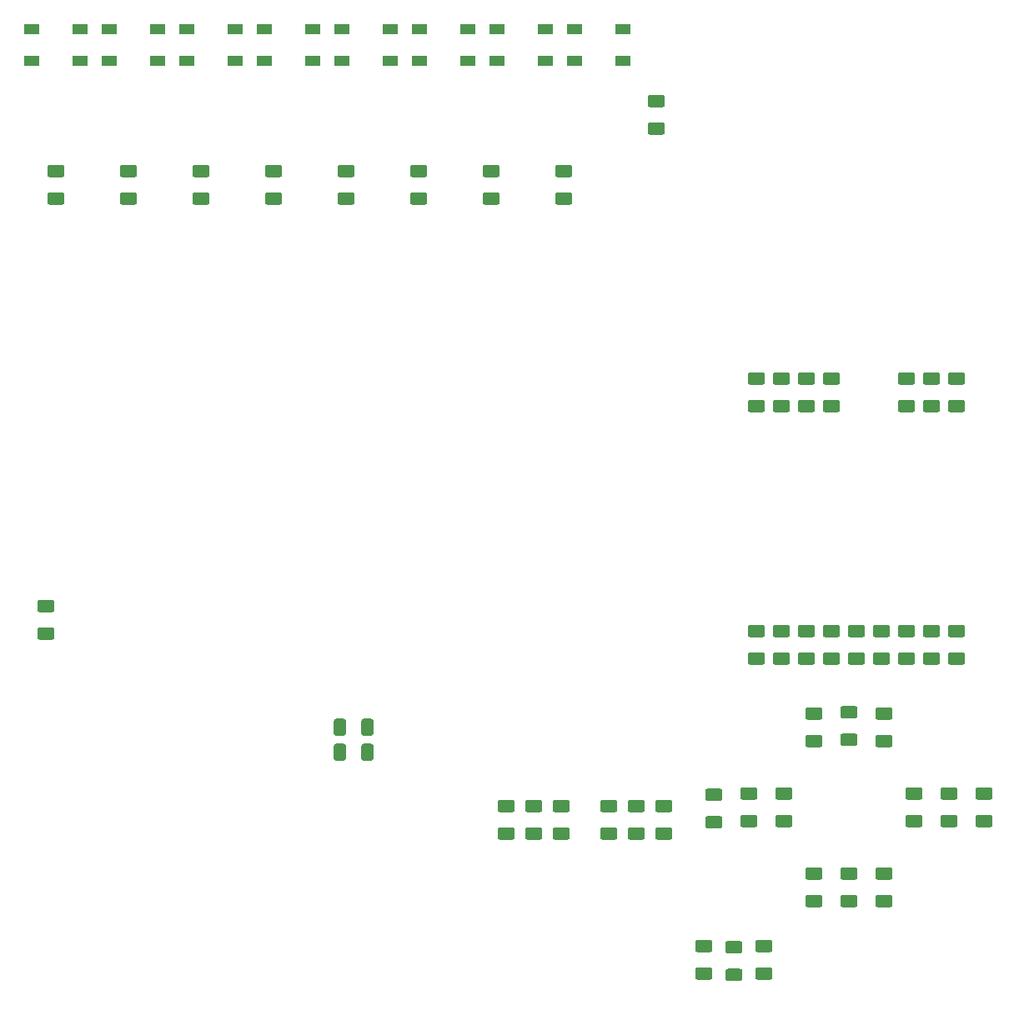
<source format=gbr>
G04 #@! TF.GenerationSoftware,KiCad,Pcbnew,(5.1.6)-1*
G04 #@! TF.CreationDate,2020-06-28T06:58:36-07:00*
G04 #@! TF.ProjectId,NanoDemo,4e616e6f-4465-46d6-9f2e-6b696361645f,rev?*
G04 #@! TF.SameCoordinates,Original*
G04 #@! TF.FileFunction,Paste,Top*
G04 #@! TF.FilePolarity,Positive*
%FSLAX46Y46*%
G04 Gerber Fmt 4.6, Leading zero omitted, Abs format (unit mm)*
G04 Created by KiCad (PCBNEW (5.1.6)-1) date 2020-06-28 06:58:36*
%MOMM*%
%LPD*%
G01*
G04 APERTURE LIST*
%ADD10R,1.500000X1.000000*%
G04 APERTURE END LIST*
D10*
G04 #@! TO.C,D1*
X22770000Y-21412000D03*
X22770000Y-18212000D03*
X17870000Y-21412000D03*
X17870000Y-18212000D03*
G04 #@! TD*
G04 #@! TO.C,D8*
X77888000Y-21412000D03*
X77888000Y-18212000D03*
X72988000Y-21412000D03*
X72988000Y-18212000D03*
G04 #@! TD*
G04 #@! TO.C,D7*
X70014000Y-21412000D03*
X70014000Y-18212000D03*
X65114000Y-21412000D03*
X65114000Y-18212000D03*
G04 #@! TD*
G04 #@! TO.C,D6*
X62140000Y-21412000D03*
X62140000Y-18212000D03*
X57240000Y-21412000D03*
X57240000Y-18212000D03*
G04 #@! TD*
G04 #@! TO.C,D5*
X54266000Y-21412000D03*
X54266000Y-18212000D03*
X49366000Y-21412000D03*
X49366000Y-18212000D03*
G04 #@! TD*
G04 #@! TO.C,D4*
X46392000Y-21412000D03*
X46392000Y-18212000D03*
X41492000Y-21412000D03*
X41492000Y-18212000D03*
G04 #@! TD*
G04 #@! TO.C,D3*
X38518000Y-21412000D03*
X38518000Y-18212000D03*
X33618000Y-21412000D03*
X33618000Y-18212000D03*
G04 #@! TD*
G04 #@! TO.C,D2*
X30644000Y-21412000D03*
X30644000Y-18212000D03*
X25744000Y-21412000D03*
X25744000Y-18212000D03*
G04 #@! TD*
G04 #@! TO.C,R42*
G36*
G01*
X49771000Y-88529000D02*
X49771000Y-89779000D01*
G75*
G02*
X49521000Y-90029000I-250000J0D01*
G01*
X48771000Y-90029000D01*
G75*
G02*
X48521000Y-89779000I0J250000D01*
G01*
X48521000Y-88529000D01*
G75*
G02*
X48771000Y-88279000I250000J0D01*
G01*
X49521000Y-88279000D01*
G75*
G02*
X49771000Y-88529000I0J-250000D01*
G01*
G37*
G36*
G01*
X52571000Y-88529000D02*
X52571000Y-89779000D01*
G75*
G02*
X52321000Y-90029000I-250000J0D01*
G01*
X51571000Y-90029000D01*
G75*
G02*
X51321000Y-89779000I0J250000D01*
G01*
X51321000Y-88529000D01*
G75*
G02*
X51571000Y-88279000I250000J0D01*
G01*
X52321000Y-88279000D01*
G75*
G02*
X52571000Y-88529000I0J-250000D01*
G01*
G37*
G04 #@! TD*
G04 #@! TO.C,R41*
G36*
G01*
X111135000Y-81547000D02*
X112385000Y-81547000D01*
G75*
G02*
X112635000Y-81797000I0J-250000D01*
G01*
X112635000Y-82547000D01*
G75*
G02*
X112385000Y-82797000I-250000J0D01*
G01*
X111135000Y-82797000D01*
G75*
G02*
X110885000Y-82547000I0J250000D01*
G01*
X110885000Y-81797000D01*
G75*
G02*
X111135000Y-81547000I250000J0D01*
G01*
G37*
G36*
G01*
X111135000Y-78747000D02*
X112385000Y-78747000D01*
G75*
G02*
X112635000Y-78997000I0J-250000D01*
G01*
X112635000Y-79747000D01*
G75*
G02*
X112385000Y-79997000I-250000J0D01*
G01*
X111135000Y-79997000D01*
G75*
G02*
X110885000Y-79747000I0J250000D01*
G01*
X110885000Y-78997000D01*
G75*
G02*
X111135000Y-78747000I250000J0D01*
G01*
G37*
G04 #@! TD*
G04 #@! TO.C,R40*
G36*
G01*
X106055000Y-81547000D02*
X107305000Y-81547000D01*
G75*
G02*
X107555000Y-81797000I0J-250000D01*
G01*
X107555000Y-82547000D01*
G75*
G02*
X107305000Y-82797000I-250000J0D01*
G01*
X106055000Y-82797000D01*
G75*
G02*
X105805000Y-82547000I0J250000D01*
G01*
X105805000Y-81797000D01*
G75*
G02*
X106055000Y-81547000I250000J0D01*
G01*
G37*
G36*
G01*
X106055000Y-78747000D02*
X107305000Y-78747000D01*
G75*
G02*
X107555000Y-78997000I0J-250000D01*
G01*
X107555000Y-79747000D01*
G75*
G02*
X107305000Y-79997000I-250000J0D01*
G01*
X106055000Y-79997000D01*
G75*
G02*
X105805000Y-79747000I0J250000D01*
G01*
X105805000Y-78997000D01*
G75*
G02*
X106055000Y-78747000I250000J0D01*
G01*
G37*
G04 #@! TD*
G04 #@! TO.C,R39*
G36*
G01*
X107305000Y-54343000D02*
X106055000Y-54343000D01*
G75*
G02*
X105805000Y-54093000I0J250000D01*
G01*
X105805000Y-53343000D01*
G75*
G02*
X106055000Y-53093000I250000J0D01*
G01*
X107305000Y-53093000D01*
G75*
G02*
X107555000Y-53343000I0J-250000D01*
G01*
X107555000Y-54093000D01*
G75*
G02*
X107305000Y-54343000I-250000J0D01*
G01*
G37*
G36*
G01*
X107305000Y-57143000D02*
X106055000Y-57143000D01*
G75*
G02*
X105805000Y-56893000I0J250000D01*
G01*
X105805000Y-56143000D01*
G75*
G02*
X106055000Y-55893000I250000J0D01*
G01*
X107305000Y-55893000D01*
G75*
G02*
X107555000Y-56143000I0J-250000D01*
G01*
X107555000Y-56893000D01*
G75*
G02*
X107305000Y-57143000I-250000J0D01*
G01*
G37*
G04 #@! TD*
G04 #@! TO.C,R38*
G36*
G01*
X100975000Y-81547000D02*
X102225000Y-81547000D01*
G75*
G02*
X102475000Y-81797000I0J-250000D01*
G01*
X102475000Y-82547000D01*
G75*
G02*
X102225000Y-82797000I-250000J0D01*
G01*
X100975000Y-82797000D01*
G75*
G02*
X100725000Y-82547000I0J250000D01*
G01*
X100725000Y-81797000D01*
G75*
G02*
X100975000Y-81547000I250000J0D01*
G01*
G37*
G36*
G01*
X100975000Y-78747000D02*
X102225000Y-78747000D01*
G75*
G02*
X102475000Y-78997000I0J-250000D01*
G01*
X102475000Y-79747000D01*
G75*
G02*
X102225000Y-79997000I-250000J0D01*
G01*
X100975000Y-79997000D01*
G75*
G02*
X100725000Y-79747000I0J250000D01*
G01*
X100725000Y-78997000D01*
G75*
G02*
X100975000Y-78747000I250000J0D01*
G01*
G37*
G04 #@! TD*
G04 #@! TO.C,R37*
G36*
G01*
X103515000Y-81547000D02*
X104765000Y-81547000D01*
G75*
G02*
X105015000Y-81797000I0J-250000D01*
G01*
X105015000Y-82547000D01*
G75*
G02*
X104765000Y-82797000I-250000J0D01*
G01*
X103515000Y-82797000D01*
G75*
G02*
X103265000Y-82547000I0J250000D01*
G01*
X103265000Y-81797000D01*
G75*
G02*
X103515000Y-81547000I250000J0D01*
G01*
G37*
G36*
G01*
X103515000Y-78747000D02*
X104765000Y-78747000D01*
G75*
G02*
X105015000Y-78997000I0J-250000D01*
G01*
X105015000Y-79747000D01*
G75*
G02*
X104765000Y-79997000I-250000J0D01*
G01*
X103515000Y-79997000D01*
G75*
G02*
X103265000Y-79747000I0J250000D01*
G01*
X103265000Y-78997000D01*
G75*
G02*
X103515000Y-78747000I250000J0D01*
G01*
G37*
G04 #@! TD*
G04 #@! TO.C,R36*
G36*
G01*
X108595000Y-81547000D02*
X109845000Y-81547000D01*
G75*
G02*
X110095000Y-81797000I0J-250000D01*
G01*
X110095000Y-82547000D01*
G75*
G02*
X109845000Y-82797000I-250000J0D01*
G01*
X108595000Y-82797000D01*
G75*
G02*
X108345000Y-82547000I0J250000D01*
G01*
X108345000Y-81797000D01*
G75*
G02*
X108595000Y-81547000I250000J0D01*
G01*
G37*
G36*
G01*
X108595000Y-78747000D02*
X109845000Y-78747000D01*
G75*
G02*
X110095000Y-78997000I0J-250000D01*
G01*
X110095000Y-79747000D01*
G75*
G02*
X109845000Y-79997000I-250000J0D01*
G01*
X108595000Y-79997000D01*
G75*
G02*
X108345000Y-79747000I0J250000D01*
G01*
X108345000Y-78997000D01*
G75*
G02*
X108595000Y-78747000I250000J0D01*
G01*
G37*
G04 #@! TD*
G04 #@! TO.C,R35*
G36*
G01*
X71257000Y-34811000D02*
X72507000Y-34811000D01*
G75*
G02*
X72757000Y-35061000I0J-250000D01*
G01*
X72757000Y-35811000D01*
G75*
G02*
X72507000Y-36061000I-250000J0D01*
G01*
X71257000Y-36061000D01*
G75*
G02*
X71007000Y-35811000I0J250000D01*
G01*
X71007000Y-35061000D01*
G75*
G02*
X71257000Y-34811000I250000J0D01*
G01*
G37*
G36*
G01*
X71257000Y-32011000D02*
X72507000Y-32011000D01*
G75*
G02*
X72757000Y-32261000I0J-250000D01*
G01*
X72757000Y-33011000D01*
G75*
G02*
X72507000Y-33261000I-250000J0D01*
G01*
X71257000Y-33261000D01*
G75*
G02*
X71007000Y-33011000I0J250000D01*
G01*
X71007000Y-32261000D01*
G75*
G02*
X71257000Y-32011000I250000J0D01*
G01*
G37*
G04 #@! TD*
G04 #@! TO.C,R34*
G36*
G01*
X112385000Y-54343000D02*
X111135000Y-54343000D01*
G75*
G02*
X110885000Y-54093000I0J250000D01*
G01*
X110885000Y-53343000D01*
G75*
G02*
X111135000Y-53093000I250000J0D01*
G01*
X112385000Y-53093000D01*
G75*
G02*
X112635000Y-53343000I0J-250000D01*
G01*
X112635000Y-54093000D01*
G75*
G02*
X112385000Y-54343000I-250000J0D01*
G01*
G37*
G36*
G01*
X112385000Y-57143000D02*
X111135000Y-57143000D01*
G75*
G02*
X110885000Y-56893000I0J250000D01*
G01*
X110885000Y-56143000D01*
G75*
G02*
X111135000Y-55893000I250000J0D01*
G01*
X112385000Y-55893000D01*
G75*
G02*
X112635000Y-56143000I0J-250000D01*
G01*
X112635000Y-56893000D01*
G75*
G02*
X112385000Y-57143000I-250000J0D01*
G01*
G37*
G04 #@! TD*
G04 #@! TO.C,R33*
G36*
G01*
X109845000Y-54343000D02*
X108595000Y-54343000D01*
G75*
G02*
X108345000Y-54093000I0J250000D01*
G01*
X108345000Y-53343000D01*
G75*
G02*
X108595000Y-53093000I250000J0D01*
G01*
X109845000Y-53093000D01*
G75*
G02*
X110095000Y-53343000I0J-250000D01*
G01*
X110095000Y-54093000D01*
G75*
G02*
X109845000Y-54343000I-250000J0D01*
G01*
G37*
G36*
G01*
X109845000Y-57143000D02*
X108595000Y-57143000D01*
G75*
G02*
X108345000Y-56893000I0J250000D01*
G01*
X108345000Y-56143000D01*
G75*
G02*
X108595000Y-55893000I250000J0D01*
G01*
X109845000Y-55893000D01*
G75*
G02*
X110095000Y-56143000I0J-250000D01*
G01*
X110095000Y-56893000D01*
G75*
G02*
X109845000Y-57143000I-250000J0D01*
G01*
G37*
G04 #@! TD*
G04 #@! TO.C,R32*
G36*
G01*
X49771000Y-91069000D02*
X49771000Y-92319000D01*
G75*
G02*
X49521000Y-92569000I-250000J0D01*
G01*
X48771000Y-92569000D01*
G75*
G02*
X48521000Y-92319000I0J250000D01*
G01*
X48521000Y-91069000D01*
G75*
G02*
X48771000Y-90819000I250000J0D01*
G01*
X49521000Y-90819000D01*
G75*
G02*
X49771000Y-91069000I0J-250000D01*
G01*
G37*
G36*
G01*
X52571000Y-91069000D02*
X52571000Y-92319000D01*
G75*
G02*
X52321000Y-92569000I-250000J0D01*
G01*
X51571000Y-92569000D01*
G75*
G02*
X51321000Y-92319000I0J250000D01*
G01*
X51321000Y-91069000D01*
G75*
G02*
X51571000Y-90819000I250000J0D01*
G01*
X52321000Y-90819000D01*
G75*
G02*
X52571000Y-91069000I0J-250000D01*
G01*
G37*
G04 #@! TD*
G04 #@! TO.C,R30*
G36*
G01*
X63891000Y-34811000D02*
X65141000Y-34811000D01*
G75*
G02*
X65391000Y-35061000I0J-250000D01*
G01*
X65391000Y-35811000D01*
G75*
G02*
X65141000Y-36061000I-250000J0D01*
G01*
X63891000Y-36061000D01*
G75*
G02*
X63641000Y-35811000I0J250000D01*
G01*
X63641000Y-35061000D01*
G75*
G02*
X63891000Y-34811000I250000J0D01*
G01*
G37*
G36*
G01*
X63891000Y-32011000D02*
X65141000Y-32011000D01*
G75*
G02*
X65391000Y-32261000I0J-250000D01*
G01*
X65391000Y-33011000D01*
G75*
G02*
X65141000Y-33261000I-250000J0D01*
G01*
X63891000Y-33261000D01*
G75*
G02*
X63641000Y-33011000I0J250000D01*
G01*
X63641000Y-32261000D01*
G75*
G02*
X63891000Y-32011000I250000J0D01*
G01*
G37*
G04 #@! TD*
G04 #@! TO.C,R29*
G36*
G01*
X98435000Y-81547000D02*
X99685000Y-81547000D01*
G75*
G02*
X99935000Y-81797000I0J-250000D01*
G01*
X99935000Y-82547000D01*
G75*
G02*
X99685000Y-82797000I-250000J0D01*
G01*
X98435000Y-82797000D01*
G75*
G02*
X98185000Y-82547000I0J250000D01*
G01*
X98185000Y-81797000D01*
G75*
G02*
X98435000Y-81547000I250000J0D01*
G01*
G37*
G36*
G01*
X98435000Y-78747000D02*
X99685000Y-78747000D01*
G75*
G02*
X99935000Y-78997000I0J-250000D01*
G01*
X99935000Y-79747000D01*
G75*
G02*
X99685000Y-79997000I-250000J0D01*
G01*
X98435000Y-79997000D01*
G75*
G02*
X98185000Y-79747000I0J250000D01*
G01*
X98185000Y-78997000D01*
G75*
G02*
X98435000Y-78747000I250000J0D01*
G01*
G37*
G04 #@! TD*
G04 #@! TO.C,R28*
G36*
G01*
X56525000Y-34811000D02*
X57775000Y-34811000D01*
G75*
G02*
X58025000Y-35061000I0J-250000D01*
G01*
X58025000Y-35811000D01*
G75*
G02*
X57775000Y-36061000I-250000J0D01*
G01*
X56525000Y-36061000D01*
G75*
G02*
X56275000Y-35811000I0J250000D01*
G01*
X56275000Y-35061000D01*
G75*
G02*
X56525000Y-34811000I250000J0D01*
G01*
G37*
G36*
G01*
X56525000Y-32011000D02*
X57775000Y-32011000D01*
G75*
G02*
X58025000Y-32261000I0J-250000D01*
G01*
X58025000Y-33011000D01*
G75*
G02*
X57775000Y-33261000I-250000J0D01*
G01*
X56525000Y-33261000D01*
G75*
G02*
X56275000Y-33011000I0J250000D01*
G01*
X56275000Y-32261000D01*
G75*
G02*
X56525000Y-32011000I250000J0D01*
G01*
G37*
G04 #@! TD*
G04 #@! TO.C,R27*
G36*
G01*
X94605000Y-54343000D02*
X93355000Y-54343000D01*
G75*
G02*
X93105000Y-54093000I0J250000D01*
G01*
X93105000Y-53343000D01*
G75*
G02*
X93355000Y-53093000I250000J0D01*
G01*
X94605000Y-53093000D01*
G75*
G02*
X94855000Y-53343000I0J-250000D01*
G01*
X94855000Y-54093000D01*
G75*
G02*
X94605000Y-54343000I-250000J0D01*
G01*
G37*
G36*
G01*
X94605000Y-57143000D02*
X93355000Y-57143000D01*
G75*
G02*
X93105000Y-56893000I0J250000D01*
G01*
X93105000Y-56143000D01*
G75*
G02*
X93355000Y-55893000I250000J0D01*
G01*
X94605000Y-55893000D01*
G75*
G02*
X94855000Y-56143000I0J-250000D01*
G01*
X94855000Y-56893000D01*
G75*
G02*
X94605000Y-57143000I-250000J0D01*
G01*
G37*
G04 #@! TD*
G04 #@! TO.C,R26*
G36*
G01*
X92065000Y-54343000D02*
X90815000Y-54343000D01*
G75*
G02*
X90565000Y-54093000I0J250000D01*
G01*
X90565000Y-53343000D01*
G75*
G02*
X90815000Y-53093000I250000J0D01*
G01*
X92065000Y-53093000D01*
G75*
G02*
X92315000Y-53343000I0J-250000D01*
G01*
X92315000Y-54093000D01*
G75*
G02*
X92065000Y-54343000I-250000J0D01*
G01*
G37*
G36*
G01*
X92065000Y-57143000D02*
X90815000Y-57143000D01*
G75*
G02*
X90565000Y-56893000I0J250000D01*
G01*
X90565000Y-56143000D01*
G75*
G02*
X90815000Y-55893000I250000J0D01*
G01*
X92065000Y-55893000D01*
G75*
G02*
X92315000Y-56143000I0J-250000D01*
G01*
X92315000Y-56893000D01*
G75*
G02*
X92065000Y-57143000I-250000J0D01*
G01*
G37*
G04 #@! TD*
G04 #@! TO.C,R25*
G36*
G01*
X49159000Y-34811000D02*
X50409000Y-34811000D01*
G75*
G02*
X50659000Y-35061000I0J-250000D01*
G01*
X50659000Y-35811000D01*
G75*
G02*
X50409000Y-36061000I-250000J0D01*
G01*
X49159000Y-36061000D01*
G75*
G02*
X48909000Y-35811000I0J250000D01*
G01*
X48909000Y-35061000D01*
G75*
G02*
X49159000Y-34811000I250000J0D01*
G01*
G37*
G36*
G01*
X49159000Y-32011000D02*
X50409000Y-32011000D01*
G75*
G02*
X50659000Y-32261000I0J-250000D01*
G01*
X50659000Y-33011000D01*
G75*
G02*
X50409000Y-33261000I-250000J0D01*
G01*
X49159000Y-33261000D01*
G75*
G02*
X48909000Y-33011000I0J250000D01*
G01*
X48909000Y-32261000D01*
G75*
G02*
X49159000Y-32011000I250000J0D01*
G01*
G37*
G04 #@! TD*
G04 #@! TO.C,R24*
G36*
G01*
X90815000Y-81547000D02*
X92065000Y-81547000D01*
G75*
G02*
X92315000Y-81797000I0J-250000D01*
G01*
X92315000Y-82547000D01*
G75*
G02*
X92065000Y-82797000I-250000J0D01*
G01*
X90815000Y-82797000D01*
G75*
G02*
X90565000Y-82547000I0J250000D01*
G01*
X90565000Y-81797000D01*
G75*
G02*
X90815000Y-81547000I250000J0D01*
G01*
G37*
G36*
G01*
X90815000Y-78747000D02*
X92065000Y-78747000D01*
G75*
G02*
X92315000Y-78997000I0J-250000D01*
G01*
X92315000Y-79747000D01*
G75*
G02*
X92065000Y-79997000I-250000J0D01*
G01*
X90815000Y-79997000D01*
G75*
G02*
X90565000Y-79747000I0J250000D01*
G01*
X90565000Y-78997000D01*
G75*
G02*
X90815000Y-78747000I250000J0D01*
G01*
G37*
G04 #@! TD*
G04 #@! TO.C,R23*
G36*
G01*
X93355000Y-81547000D02*
X94605000Y-81547000D01*
G75*
G02*
X94855000Y-81797000I0J-250000D01*
G01*
X94855000Y-82547000D01*
G75*
G02*
X94605000Y-82797000I-250000J0D01*
G01*
X93355000Y-82797000D01*
G75*
G02*
X93105000Y-82547000I0J250000D01*
G01*
X93105000Y-81797000D01*
G75*
G02*
X93355000Y-81547000I250000J0D01*
G01*
G37*
G36*
G01*
X93355000Y-78747000D02*
X94605000Y-78747000D01*
G75*
G02*
X94855000Y-78997000I0J-250000D01*
G01*
X94855000Y-79747000D01*
G75*
G02*
X94605000Y-79997000I-250000J0D01*
G01*
X93355000Y-79997000D01*
G75*
G02*
X93105000Y-79747000I0J250000D01*
G01*
X93105000Y-78997000D01*
G75*
G02*
X93355000Y-78747000I250000J0D01*
G01*
G37*
G04 #@! TD*
G04 #@! TO.C,R22*
G36*
G01*
X41793000Y-34811000D02*
X43043000Y-34811000D01*
G75*
G02*
X43293000Y-35061000I0J-250000D01*
G01*
X43293000Y-35811000D01*
G75*
G02*
X43043000Y-36061000I-250000J0D01*
G01*
X41793000Y-36061000D01*
G75*
G02*
X41543000Y-35811000I0J250000D01*
G01*
X41543000Y-35061000D01*
G75*
G02*
X41793000Y-34811000I250000J0D01*
G01*
G37*
G36*
G01*
X41793000Y-32011000D02*
X43043000Y-32011000D01*
G75*
G02*
X43293000Y-32261000I0J-250000D01*
G01*
X43293000Y-33011000D01*
G75*
G02*
X43043000Y-33261000I-250000J0D01*
G01*
X41793000Y-33261000D01*
G75*
G02*
X41543000Y-33011000I0J250000D01*
G01*
X41543000Y-32261000D01*
G75*
G02*
X41793000Y-32011000I250000J0D01*
G01*
G37*
G04 #@! TD*
G04 #@! TO.C,R21*
G36*
G01*
X95895000Y-81547000D02*
X97145000Y-81547000D01*
G75*
G02*
X97395000Y-81797000I0J-250000D01*
G01*
X97395000Y-82547000D01*
G75*
G02*
X97145000Y-82797000I-250000J0D01*
G01*
X95895000Y-82797000D01*
G75*
G02*
X95645000Y-82547000I0J250000D01*
G01*
X95645000Y-81797000D01*
G75*
G02*
X95895000Y-81547000I250000J0D01*
G01*
G37*
G36*
G01*
X95895000Y-78747000D02*
X97145000Y-78747000D01*
G75*
G02*
X97395000Y-78997000I0J-250000D01*
G01*
X97395000Y-79747000D01*
G75*
G02*
X97145000Y-79997000I-250000J0D01*
G01*
X95895000Y-79997000D01*
G75*
G02*
X95645000Y-79747000I0J250000D01*
G01*
X95645000Y-78997000D01*
G75*
G02*
X95895000Y-78747000I250000J0D01*
G01*
G37*
G04 #@! TD*
G04 #@! TO.C,R20*
G36*
G01*
X99685000Y-54343000D02*
X98435000Y-54343000D01*
G75*
G02*
X98185000Y-54093000I0J250000D01*
G01*
X98185000Y-53343000D01*
G75*
G02*
X98435000Y-53093000I250000J0D01*
G01*
X99685000Y-53093000D01*
G75*
G02*
X99935000Y-53343000I0J-250000D01*
G01*
X99935000Y-54093000D01*
G75*
G02*
X99685000Y-54343000I-250000J0D01*
G01*
G37*
G36*
G01*
X99685000Y-57143000D02*
X98435000Y-57143000D01*
G75*
G02*
X98185000Y-56893000I0J250000D01*
G01*
X98185000Y-56143000D01*
G75*
G02*
X98435000Y-55893000I250000J0D01*
G01*
X99685000Y-55893000D01*
G75*
G02*
X99935000Y-56143000I0J-250000D01*
G01*
X99935000Y-56893000D01*
G75*
G02*
X99685000Y-57143000I-250000J0D01*
G01*
G37*
G04 #@! TD*
G04 #@! TO.C,R19*
G36*
G01*
X34427000Y-34811000D02*
X35677000Y-34811000D01*
G75*
G02*
X35927000Y-35061000I0J-250000D01*
G01*
X35927000Y-35811000D01*
G75*
G02*
X35677000Y-36061000I-250000J0D01*
G01*
X34427000Y-36061000D01*
G75*
G02*
X34177000Y-35811000I0J250000D01*
G01*
X34177000Y-35061000D01*
G75*
G02*
X34427000Y-34811000I250000J0D01*
G01*
G37*
G36*
G01*
X34427000Y-32011000D02*
X35677000Y-32011000D01*
G75*
G02*
X35927000Y-32261000I0J-250000D01*
G01*
X35927000Y-33011000D01*
G75*
G02*
X35677000Y-33261000I-250000J0D01*
G01*
X34427000Y-33261000D01*
G75*
G02*
X34177000Y-33011000I0J250000D01*
G01*
X34177000Y-32261000D01*
G75*
G02*
X34427000Y-32011000I250000J0D01*
G01*
G37*
G04 #@! TD*
G04 #@! TO.C,R18*
G36*
G01*
X97145000Y-54343000D02*
X95895000Y-54343000D01*
G75*
G02*
X95645000Y-54093000I0J250000D01*
G01*
X95645000Y-53343000D01*
G75*
G02*
X95895000Y-53093000I250000J0D01*
G01*
X97145000Y-53093000D01*
G75*
G02*
X97395000Y-53343000I0J-250000D01*
G01*
X97395000Y-54093000D01*
G75*
G02*
X97145000Y-54343000I-250000J0D01*
G01*
G37*
G36*
G01*
X97145000Y-57143000D02*
X95895000Y-57143000D01*
G75*
G02*
X95645000Y-56893000I0J250000D01*
G01*
X95645000Y-56143000D01*
G75*
G02*
X95895000Y-55893000I250000J0D01*
G01*
X97145000Y-55893000D01*
G75*
G02*
X97395000Y-56143000I0J-250000D01*
G01*
X97395000Y-56893000D01*
G75*
G02*
X97145000Y-57143000I-250000J0D01*
G01*
G37*
G04 #@! TD*
G04 #@! TO.C,R17*
G36*
G01*
X27061000Y-34811000D02*
X28311000Y-34811000D01*
G75*
G02*
X28561000Y-35061000I0J-250000D01*
G01*
X28561000Y-35811000D01*
G75*
G02*
X28311000Y-36061000I-250000J0D01*
G01*
X27061000Y-36061000D01*
G75*
G02*
X26811000Y-35811000I0J250000D01*
G01*
X26811000Y-35061000D01*
G75*
G02*
X27061000Y-34811000I250000J0D01*
G01*
G37*
G36*
G01*
X27061000Y-32011000D02*
X28311000Y-32011000D01*
G75*
G02*
X28561000Y-32261000I0J-250000D01*
G01*
X28561000Y-33011000D01*
G75*
G02*
X28311000Y-33261000I-250000J0D01*
G01*
X27061000Y-33261000D01*
G75*
G02*
X26811000Y-33011000I0J250000D01*
G01*
X26811000Y-32261000D01*
G75*
G02*
X27061000Y-32011000I250000J0D01*
G01*
G37*
G04 #@! TD*
G04 #@! TO.C,R16*
G36*
G01*
X19695000Y-34811000D02*
X20945000Y-34811000D01*
G75*
G02*
X21195000Y-35061000I0J-250000D01*
G01*
X21195000Y-35811000D01*
G75*
G02*
X20945000Y-36061000I-250000J0D01*
G01*
X19695000Y-36061000D01*
G75*
G02*
X19445000Y-35811000I0J250000D01*
G01*
X19445000Y-35061000D01*
G75*
G02*
X19695000Y-34811000I250000J0D01*
G01*
G37*
G36*
G01*
X19695000Y-32011000D02*
X20945000Y-32011000D01*
G75*
G02*
X21195000Y-32261000I0J-250000D01*
G01*
X21195000Y-33011000D01*
G75*
G02*
X20945000Y-33261000I-250000J0D01*
G01*
X19695000Y-33261000D01*
G75*
G02*
X19445000Y-33011000I0J250000D01*
G01*
X19445000Y-32261000D01*
G75*
G02*
X19695000Y-32011000I250000J0D01*
G01*
G37*
G04 #@! TD*
G04 #@! TO.C,R15*
G36*
G01*
X100213000Y-106185000D02*
X101463000Y-106185000D01*
G75*
G02*
X101713000Y-106435000I0J-250000D01*
G01*
X101713000Y-107185000D01*
G75*
G02*
X101463000Y-107435000I-250000J0D01*
G01*
X100213000Y-107435000D01*
G75*
G02*
X99963000Y-107185000I0J250000D01*
G01*
X99963000Y-106435000D01*
G75*
G02*
X100213000Y-106185000I250000J0D01*
G01*
G37*
G36*
G01*
X100213000Y-103385000D02*
X101463000Y-103385000D01*
G75*
G02*
X101713000Y-103635000I0J-250000D01*
G01*
X101713000Y-104385000D01*
G75*
G02*
X101463000Y-104635000I-250000J0D01*
G01*
X100213000Y-104635000D01*
G75*
G02*
X99963000Y-104385000I0J250000D01*
G01*
X99963000Y-103635000D01*
G75*
G02*
X100213000Y-103385000I250000J0D01*
G01*
G37*
G04 #@! TD*
G04 #@! TO.C,R14*
G36*
G01*
X100213000Y-89799000D02*
X101463000Y-89799000D01*
G75*
G02*
X101713000Y-90049000I0J-250000D01*
G01*
X101713000Y-90799000D01*
G75*
G02*
X101463000Y-91049000I-250000J0D01*
G01*
X100213000Y-91049000D01*
G75*
G02*
X99963000Y-90799000I0J250000D01*
G01*
X99963000Y-90049000D01*
G75*
G02*
X100213000Y-89799000I250000J0D01*
G01*
G37*
G36*
G01*
X100213000Y-86999000D02*
X101463000Y-86999000D01*
G75*
G02*
X101713000Y-87249000I0J-250000D01*
G01*
X101713000Y-87999000D01*
G75*
G02*
X101463000Y-88249000I-250000J0D01*
G01*
X100213000Y-88249000D01*
G75*
G02*
X99963000Y-87999000I0J250000D01*
G01*
X99963000Y-87249000D01*
G75*
G02*
X100213000Y-86999000I250000J0D01*
G01*
G37*
G04 #@! TD*
G04 #@! TO.C,R13*
G36*
G01*
X103769000Y-106185000D02*
X105019000Y-106185000D01*
G75*
G02*
X105269000Y-106435000I0J-250000D01*
G01*
X105269000Y-107185000D01*
G75*
G02*
X105019000Y-107435000I-250000J0D01*
G01*
X103769000Y-107435000D01*
G75*
G02*
X103519000Y-107185000I0J250000D01*
G01*
X103519000Y-106435000D01*
G75*
G02*
X103769000Y-106185000I250000J0D01*
G01*
G37*
G36*
G01*
X103769000Y-103385000D02*
X105019000Y-103385000D01*
G75*
G02*
X105269000Y-103635000I0J-250000D01*
G01*
X105269000Y-104385000D01*
G75*
G02*
X105019000Y-104635000I-250000J0D01*
G01*
X103769000Y-104635000D01*
G75*
G02*
X103519000Y-104385000I0J250000D01*
G01*
X103519000Y-103635000D01*
G75*
G02*
X103769000Y-103385000I250000J0D01*
G01*
G37*
G04 #@! TD*
G04 #@! TO.C,R12*
G36*
G01*
X103769000Y-89929000D02*
X105019000Y-89929000D01*
G75*
G02*
X105269000Y-90179000I0J-250000D01*
G01*
X105269000Y-90929000D01*
G75*
G02*
X105019000Y-91179000I-250000J0D01*
G01*
X103769000Y-91179000D01*
G75*
G02*
X103519000Y-90929000I0J250000D01*
G01*
X103519000Y-90179000D01*
G75*
G02*
X103769000Y-89929000I250000J0D01*
G01*
G37*
G36*
G01*
X103769000Y-87129000D02*
X105019000Y-87129000D01*
G75*
G02*
X105269000Y-87379000I0J-250000D01*
G01*
X105269000Y-88129000D01*
G75*
G02*
X105019000Y-88379000I-250000J0D01*
G01*
X103769000Y-88379000D01*
G75*
G02*
X103519000Y-88129000I0J250000D01*
G01*
X103519000Y-87379000D01*
G75*
G02*
X103769000Y-87129000I250000J0D01*
G01*
G37*
G04 #@! TD*
G04 #@! TO.C,R11*
G36*
G01*
X66665000Y-97777000D02*
X65415000Y-97777000D01*
G75*
G02*
X65165000Y-97527000I0J250000D01*
G01*
X65165000Y-96777000D01*
G75*
G02*
X65415000Y-96527000I250000J0D01*
G01*
X66665000Y-96527000D01*
G75*
G02*
X66915000Y-96777000I0J-250000D01*
G01*
X66915000Y-97527000D01*
G75*
G02*
X66665000Y-97777000I-250000J0D01*
G01*
G37*
G36*
G01*
X66665000Y-100577000D02*
X65415000Y-100577000D01*
G75*
G02*
X65165000Y-100327000I0J250000D01*
G01*
X65165000Y-99577000D01*
G75*
G02*
X65415000Y-99327000I250000J0D01*
G01*
X66665000Y-99327000D01*
G75*
G02*
X66915000Y-99577000I0J-250000D01*
G01*
X66915000Y-100327000D01*
G75*
G02*
X66665000Y-100577000I-250000J0D01*
G01*
G37*
G04 #@! TD*
G04 #@! TO.C,R10*
G36*
G01*
X68209000Y-99327000D02*
X69459000Y-99327000D01*
G75*
G02*
X69709000Y-99577000I0J-250000D01*
G01*
X69709000Y-100327000D01*
G75*
G02*
X69459000Y-100577000I-250000J0D01*
G01*
X68209000Y-100577000D01*
G75*
G02*
X67959000Y-100327000I0J250000D01*
G01*
X67959000Y-99577000D01*
G75*
G02*
X68209000Y-99327000I250000J0D01*
G01*
G37*
G36*
G01*
X68209000Y-96527000D02*
X69459000Y-96527000D01*
G75*
G02*
X69709000Y-96777000I0J-250000D01*
G01*
X69709000Y-97527000D01*
G75*
G02*
X69459000Y-97777000I-250000J0D01*
G01*
X68209000Y-97777000D01*
G75*
G02*
X67959000Y-97527000I0J250000D01*
G01*
X67959000Y-96777000D01*
G75*
G02*
X68209000Y-96527000I250000J0D01*
G01*
G37*
G04 #@! TD*
G04 #@! TO.C,R9*
G36*
G01*
X78623000Y-99327000D02*
X79873000Y-99327000D01*
G75*
G02*
X80123000Y-99577000I0J-250000D01*
G01*
X80123000Y-100327000D01*
G75*
G02*
X79873000Y-100577000I-250000J0D01*
G01*
X78623000Y-100577000D01*
G75*
G02*
X78373000Y-100327000I0J250000D01*
G01*
X78373000Y-99577000D01*
G75*
G02*
X78623000Y-99327000I250000J0D01*
G01*
G37*
G36*
G01*
X78623000Y-96527000D02*
X79873000Y-96527000D01*
G75*
G02*
X80123000Y-96777000I0J-250000D01*
G01*
X80123000Y-97527000D01*
G75*
G02*
X79873000Y-97777000I-250000J0D01*
G01*
X78623000Y-97777000D01*
G75*
G02*
X78373000Y-97527000I0J250000D01*
G01*
X78373000Y-96777000D01*
G75*
G02*
X78623000Y-96527000I250000J0D01*
G01*
G37*
G04 #@! TD*
G04 #@! TO.C,R8*
G36*
G01*
X88529000Y-113681000D02*
X89779000Y-113681000D01*
G75*
G02*
X90029000Y-113931000I0J-250000D01*
G01*
X90029000Y-114681000D01*
G75*
G02*
X89779000Y-114931000I-250000J0D01*
G01*
X88529000Y-114931000D01*
G75*
G02*
X88279000Y-114681000I0J250000D01*
G01*
X88279000Y-113931000D01*
G75*
G02*
X88529000Y-113681000I250000J0D01*
G01*
G37*
G36*
G01*
X88529000Y-110881000D02*
X89779000Y-110881000D01*
G75*
G02*
X90029000Y-111131000I0J-250000D01*
G01*
X90029000Y-111881000D01*
G75*
G02*
X89779000Y-112131000I-250000J0D01*
G01*
X88529000Y-112131000D01*
G75*
G02*
X88279000Y-111881000I0J250000D01*
G01*
X88279000Y-111131000D01*
G75*
G02*
X88529000Y-110881000I250000J0D01*
G01*
G37*
G04 #@! TD*
G04 #@! TO.C,R7*
G36*
G01*
X18679000Y-79007000D02*
X19929000Y-79007000D01*
G75*
G02*
X20179000Y-79257000I0J-250000D01*
G01*
X20179000Y-80007000D01*
G75*
G02*
X19929000Y-80257000I-250000J0D01*
G01*
X18679000Y-80257000D01*
G75*
G02*
X18429000Y-80007000I0J250000D01*
G01*
X18429000Y-79257000D01*
G75*
G02*
X18679000Y-79007000I250000J0D01*
G01*
G37*
G36*
G01*
X18679000Y-76207000D02*
X19929000Y-76207000D01*
G75*
G02*
X20179000Y-76457000I0J-250000D01*
G01*
X20179000Y-77207000D01*
G75*
G02*
X19929000Y-77457000I-250000J0D01*
G01*
X18679000Y-77457000D01*
G75*
G02*
X18429000Y-77207000I0J250000D01*
G01*
X18429000Y-76457000D01*
G75*
G02*
X18679000Y-76207000I250000J0D01*
G01*
G37*
G04 #@! TD*
G04 #@! TO.C,R6*
G36*
G01*
X110373000Y-98057000D02*
X111623000Y-98057000D01*
G75*
G02*
X111873000Y-98307000I0J-250000D01*
G01*
X111873000Y-99057000D01*
G75*
G02*
X111623000Y-99307000I-250000J0D01*
G01*
X110373000Y-99307000D01*
G75*
G02*
X110123000Y-99057000I0J250000D01*
G01*
X110123000Y-98307000D01*
G75*
G02*
X110373000Y-98057000I250000J0D01*
G01*
G37*
G36*
G01*
X110373000Y-95257000D02*
X111623000Y-95257000D01*
G75*
G02*
X111873000Y-95507000I0J-250000D01*
G01*
X111873000Y-96257000D01*
G75*
G02*
X111623000Y-96507000I-250000J0D01*
G01*
X110373000Y-96507000D01*
G75*
G02*
X110123000Y-96257000I0J250000D01*
G01*
X110123000Y-95507000D01*
G75*
G02*
X110373000Y-95257000I250000J0D01*
G01*
G37*
G04 #@! TD*
G04 #@! TO.C,R5*
G36*
G01*
X90053000Y-98057000D02*
X91303000Y-98057000D01*
G75*
G02*
X91553000Y-98307000I0J-250000D01*
G01*
X91553000Y-99057000D01*
G75*
G02*
X91303000Y-99307000I-250000J0D01*
G01*
X90053000Y-99307000D01*
G75*
G02*
X89803000Y-99057000I0J250000D01*
G01*
X89803000Y-98307000D01*
G75*
G02*
X90053000Y-98057000I250000J0D01*
G01*
G37*
G36*
G01*
X90053000Y-95257000D02*
X91303000Y-95257000D01*
G75*
G02*
X91553000Y-95507000I0J-250000D01*
G01*
X91553000Y-96257000D01*
G75*
G02*
X91303000Y-96507000I-250000J0D01*
G01*
X90053000Y-96507000D01*
G75*
G02*
X89803000Y-96257000I0J250000D01*
G01*
X89803000Y-95507000D01*
G75*
G02*
X90053000Y-95257000I250000J0D01*
G01*
G37*
G04 #@! TD*
G04 #@! TO.C,R4*
G36*
G01*
X75829000Y-99327000D02*
X77079000Y-99327000D01*
G75*
G02*
X77329000Y-99577000I0J-250000D01*
G01*
X77329000Y-100327000D01*
G75*
G02*
X77079000Y-100577000I-250000J0D01*
G01*
X75829000Y-100577000D01*
G75*
G02*
X75579000Y-100327000I0J250000D01*
G01*
X75579000Y-99577000D01*
G75*
G02*
X75829000Y-99327000I250000J0D01*
G01*
G37*
G36*
G01*
X75829000Y-96527000D02*
X77079000Y-96527000D01*
G75*
G02*
X77329000Y-96777000I0J-250000D01*
G01*
X77329000Y-97527000D01*
G75*
G02*
X77079000Y-97777000I-250000J0D01*
G01*
X75829000Y-97777000D01*
G75*
G02*
X75579000Y-97527000I0J250000D01*
G01*
X75579000Y-96777000D01*
G75*
G02*
X75829000Y-96527000I250000J0D01*
G01*
G37*
G04 #@! TD*
G04 #@! TO.C,R3*
G36*
G01*
X92827000Y-112001000D02*
X91577000Y-112001000D01*
G75*
G02*
X91327000Y-111751000I0J250000D01*
G01*
X91327000Y-111001000D01*
G75*
G02*
X91577000Y-110751000I250000J0D01*
G01*
X92827000Y-110751000D01*
G75*
G02*
X93077000Y-111001000I0J-250000D01*
G01*
X93077000Y-111751000D01*
G75*
G02*
X92827000Y-112001000I-250000J0D01*
G01*
G37*
G36*
G01*
X92827000Y-114801000D02*
X91577000Y-114801000D01*
G75*
G02*
X91327000Y-114551000I0J250000D01*
G01*
X91327000Y-113801000D01*
G75*
G02*
X91577000Y-113551000I250000J0D01*
G01*
X92827000Y-113551000D01*
G75*
G02*
X93077000Y-113801000I0J-250000D01*
G01*
X93077000Y-114551000D01*
G75*
G02*
X92827000Y-114801000I-250000J0D01*
G01*
G37*
G04 #@! TD*
G04 #@! TO.C,R2*
G36*
G01*
X113929000Y-98057000D02*
X115179000Y-98057000D01*
G75*
G02*
X115429000Y-98307000I0J-250000D01*
G01*
X115429000Y-99057000D01*
G75*
G02*
X115179000Y-99307000I-250000J0D01*
G01*
X113929000Y-99307000D01*
G75*
G02*
X113679000Y-99057000I0J250000D01*
G01*
X113679000Y-98307000D01*
G75*
G02*
X113929000Y-98057000I250000J0D01*
G01*
G37*
G36*
G01*
X113929000Y-95257000D02*
X115179000Y-95257000D01*
G75*
G02*
X115429000Y-95507000I0J-250000D01*
G01*
X115429000Y-96257000D01*
G75*
G02*
X115179000Y-96507000I-250000J0D01*
G01*
X113929000Y-96507000D01*
G75*
G02*
X113679000Y-96257000I0J250000D01*
G01*
X113679000Y-95507000D01*
G75*
G02*
X113929000Y-95257000I250000J0D01*
G01*
G37*
G04 #@! TD*
G04 #@! TO.C,R1*
G36*
G01*
X93609000Y-98057000D02*
X94859000Y-98057000D01*
G75*
G02*
X95109000Y-98307000I0J-250000D01*
G01*
X95109000Y-99057000D01*
G75*
G02*
X94859000Y-99307000I-250000J0D01*
G01*
X93609000Y-99307000D01*
G75*
G02*
X93359000Y-99057000I0J250000D01*
G01*
X93359000Y-98307000D01*
G75*
G02*
X93609000Y-98057000I250000J0D01*
G01*
G37*
G36*
G01*
X93609000Y-95257000D02*
X94859000Y-95257000D01*
G75*
G02*
X95109000Y-95507000I0J-250000D01*
G01*
X95109000Y-96257000D01*
G75*
G02*
X94859000Y-96507000I-250000J0D01*
G01*
X93609000Y-96507000D01*
G75*
G02*
X93359000Y-96257000I0J250000D01*
G01*
X93359000Y-95507000D01*
G75*
G02*
X93609000Y-95257000I250000J0D01*
G01*
G37*
G04 #@! TD*
G04 #@! TO.C,C8*
G36*
G01*
X96657000Y-106185000D02*
X97907000Y-106185000D01*
G75*
G02*
X98157000Y-106435000I0J-250000D01*
G01*
X98157000Y-107185000D01*
G75*
G02*
X97907000Y-107435000I-250000J0D01*
G01*
X96657000Y-107435000D01*
G75*
G02*
X96407000Y-107185000I0J250000D01*
G01*
X96407000Y-106435000D01*
G75*
G02*
X96657000Y-106185000I250000J0D01*
G01*
G37*
G36*
G01*
X96657000Y-103385000D02*
X97907000Y-103385000D01*
G75*
G02*
X98157000Y-103635000I0J-250000D01*
G01*
X98157000Y-104385000D01*
G75*
G02*
X97907000Y-104635000I-250000J0D01*
G01*
X96657000Y-104635000D01*
G75*
G02*
X96407000Y-104385000I0J250000D01*
G01*
X96407000Y-103635000D01*
G75*
G02*
X96657000Y-103385000I250000J0D01*
G01*
G37*
G04 #@! TD*
G04 #@! TO.C,C7*
G36*
G01*
X96657000Y-89929000D02*
X97907000Y-89929000D01*
G75*
G02*
X98157000Y-90179000I0J-250000D01*
G01*
X98157000Y-90929000D01*
G75*
G02*
X97907000Y-91179000I-250000J0D01*
G01*
X96657000Y-91179000D01*
G75*
G02*
X96407000Y-90929000I0J250000D01*
G01*
X96407000Y-90179000D01*
G75*
G02*
X96657000Y-89929000I250000J0D01*
G01*
G37*
G36*
G01*
X96657000Y-87129000D02*
X97907000Y-87129000D01*
G75*
G02*
X98157000Y-87379000I0J-250000D01*
G01*
X98157000Y-88129000D01*
G75*
G02*
X97907000Y-88379000I-250000J0D01*
G01*
X96657000Y-88379000D01*
G75*
G02*
X96407000Y-88129000I0J250000D01*
G01*
X96407000Y-87379000D01*
G75*
G02*
X96657000Y-87129000I250000J0D01*
G01*
G37*
G04 #@! TD*
G04 #@! TO.C,C6*
G36*
G01*
X80655000Y-27699000D02*
X81905000Y-27699000D01*
G75*
G02*
X82155000Y-27949000I0J-250000D01*
G01*
X82155000Y-28699000D01*
G75*
G02*
X81905000Y-28949000I-250000J0D01*
G01*
X80655000Y-28949000D01*
G75*
G02*
X80405000Y-28699000I0J250000D01*
G01*
X80405000Y-27949000D01*
G75*
G02*
X80655000Y-27699000I250000J0D01*
G01*
G37*
G36*
G01*
X80655000Y-24899000D02*
X81905000Y-24899000D01*
G75*
G02*
X82155000Y-25149000I0J-250000D01*
G01*
X82155000Y-25899000D01*
G75*
G02*
X81905000Y-26149000I-250000J0D01*
G01*
X80655000Y-26149000D01*
G75*
G02*
X80405000Y-25899000I0J250000D01*
G01*
X80405000Y-25149000D01*
G75*
G02*
X80655000Y-24899000I250000J0D01*
G01*
G37*
G04 #@! TD*
G04 #@! TO.C,C5*
G36*
G01*
X71003000Y-99327000D02*
X72253000Y-99327000D01*
G75*
G02*
X72503000Y-99577000I0J-250000D01*
G01*
X72503000Y-100327000D01*
G75*
G02*
X72253000Y-100577000I-250000J0D01*
G01*
X71003000Y-100577000D01*
G75*
G02*
X70753000Y-100327000I0J250000D01*
G01*
X70753000Y-99577000D01*
G75*
G02*
X71003000Y-99327000I250000J0D01*
G01*
G37*
G36*
G01*
X71003000Y-96527000D02*
X72253000Y-96527000D01*
G75*
G02*
X72503000Y-96777000I0J-250000D01*
G01*
X72503000Y-97527000D01*
G75*
G02*
X72253000Y-97777000I-250000J0D01*
G01*
X71003000Y-97777000D01*
G75*
G02*
X70753000Y-97527000I0J250000D01*
G01*
X70753000Y-96777000D01*
G75*
G02*
X71003000Y-96527000I250000J0D01*
G01*
G37*
G04 #@! TD*
G04 #@! TO.C,C4*
G36*
G01*
X106817000Y-98057000D02*
X108067000Y-98057000D01*
G75*
G02*
X108317000Y-98307000I0J-250000D01*
G01*
X108317000Y-99057000D01*
G75*
G02*
X108067000Y-99307000I-250000J0D01*
G01*
X106817000Y-99307000D01*
G75*
G02*
X106567000Y-99057000I0J250000D01*
G01*
X106567000Y-98307000D01*
G75*
G02*
X106817000Y-98057000I250000J0D01*
G01*
G37*
G36*
G01*
X106817000Y-95257000D02*
X108067000Y-95257000D01*
G75*
G02*
X108317000Y-95507000I0J-250000D01*
G01*
X108317000Y-96257000D01*
G75*
G02*
X108067000Y-96507000I-250000J0D01*
G01*
X106817000Y-96507000D01*
G75*
G02*
X106567000Y-96257000I0J250000D01*
G01*
X106567000Y-95507000D01*
G75*
G02*
X106817000Y-95257000I250000J0D01*
G01*
G37*
G04 #@! TD*
G04 #@! TO.C,C3*
G36*
G01*
X86497000Y-98181000D02*
X87747000Y-98181000D01*
G75*
G02*
X87997000Y-98431000I0J-250000D01*
G01*
X87997000Y-99181000D01*
G75*
G02*
X87747000Y-99431000I-250000J0D01*
G01*
X86497000Y-99431000D01*
G75*
G02*
X86247000Y-99181000I0J250000D01*
G01*
X86247000Y-98431000D01*
G75*
G02*
X86497000Y-98181000I250000J0D01*
G01*
G37*
G36*
G01*
X86497000Y-95381000D02*
X87747000Y-95381000D01*
G75*
G02*
X87997000Y-95631000I0J-250000D01*
G01*
X87997000Y-96381000D01*
G75*
G02*
X87747000Y-96631000I-250000J0D01*
G01*
X86497000Y-96631000D01*
G75*
G02*
X86247000Y-96381000I0J250000D01*
G01*
X86247000Y-95631000D01*
G75*
G02*
X86497000Y-95381000I250000J0D01*
G01*
G37*
G04 #@! TD*
G04 #@! TO.C,C2*
G36*
G01*
X82667000Y-97777000D02*
X81417000Y-97777000D01*
G75*
G02*
X81167000Y-97527000I0J250000D01*
G01*
X81167000Y-96777000D01*
G75*
G02*
X81417000Y-96527000I250000J0D01*
G01*
X82667000Y-96527000D01*
G75*
G02*
X82917000Y-96777000I0J-250000D01*
G01*
X82917000Y-97527000D01*
G75*
G02*
X82667000Y-97777000I-250000J0D01*
G01*
G37*
G36*
G01*
X82667000Y-100577000D02*
X81417000Y-100577000D01*
G75*
G02*
X81167000Y-100327000I0J250000D01*
G01*
X81167000Y-99577000D01*
G75*
G02*
X81417000Y-99327000I250000J0D01*
G01*
X82667000Y-99327000D01*
G75*
G02*
X82917000Y-99577000I0J-250000D01*
G01*
X82917000Y-100327000D01*
G75*
G02*
X82667000Y-100577000I-250000J0D01*
G01*
G37*
G04 #@! TD*
G04 #@! TO.C,C1*
G36*
G01*
X85481000Y-113551000D02*
X86731000Y-113551000D01*
G75*
G02*
X86981000Y-113801000I0J-250000D01*
G01*
X86981000Y-114551000D01*
G75*
G02*
X86731000Y-114801000I-250000J0D01*
G01*
X85481000Y-114801000D01*
G75*
G02*
X85231000Y-114551000I0J250000D01*
G01*
X85231000Y-113801000D01*
G75*
G02*
X85481000Y-113551000I250000J0D01*
G01*
G37*
G36*
G01*
X85481000Y-110751000D02*
X86731000Y-110751000D01*
G75*
G02*
X86981000Y-111001000I0J-250000D01*
G01*
X86981000Y-111751000D01*
G75*
G02*
X86731000Y-112001000I-250000J0D01*
G01*
X85481000Y-112001000D01*
G75*
G02*
X85231000Y-111751000I0J250000D01*
G01*
X85231000Y-111001000D01*
G75*
G02*
X85481000Y-110751000I250000J0D01*
G01*
G37*
G04 #@! TD*
M02*

</source>
